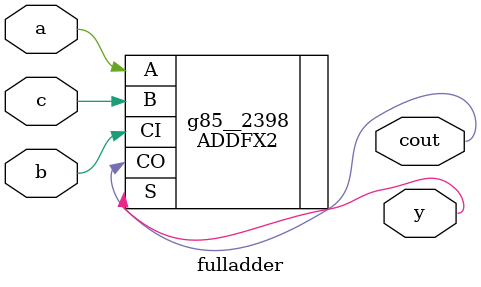
<source format=v>


// Verification Directory fv/fulladder 

module fulladder(a, b, c, y, cout);
  input a, b, c;
  output y, cout;
  wire a, b, c;
  wire y, cout;
  ADDFX2 g85__2398(.A (a), .B (c), .CI (b), .CO (cout), .S (y));
endmodule


</source>
